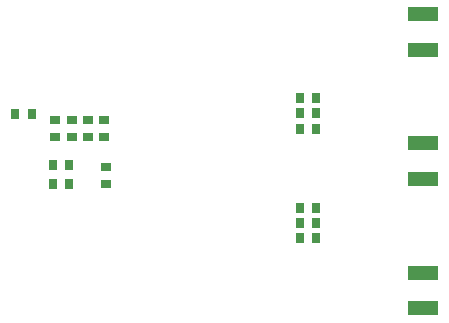
<source format=gbp>
G04*
G04 #@! TF.GenerationSoftware,Altium Limited,Altium Designer,19.0.15 (446)*
G04*
G04 Layer_Color=128*
%FSTAX24Y24*%
%MOIN*%
G70*
G01*
G75*
%ADD20R,0.0984X0.0472*%
%ADD22R,0.0354X0.0315*%
%ADD24R,0.0295X0.0335*%
%ADD25R,0.0315X0.0354*%
D20*
X040521Y016622D02*
D03*
Y015441D02*
D03*
Y020933D02*
D03*
Y019752D02*
D03*
Y025244D02*
D03*
Y024063D02*
D03*
D22*
X028239Y021154D02*
D03*
Y021705D02*
D03*
X028794Y021705D02*
D03*
Y021154D02*
D03*
X029346Y021705D02*
D03*
Y021154D02*
D03*
X029893Y021154D02*
D03*
Y021705D02*
D03*
X029944Y020146D02*
D03*
Y019594D02*
D03*
D24*
X028724Y019587D02*
D03*
X028172D02*
D03*
X028724Y020224D02*
D03*
X028172D02*
D03*
D25*
X027476Y021906D02*
D03*
X026924D02*
D03*
X036955Y017766D02*
D03*
X036404D02*
D03*
X036404Y018277D02*
D03*
X036955D02*
D03*
X036404Y018789D02*
D03*
X036955D02*
D03*
X036956Y021423D02*
D03*
X036405D02*
D03*
X036405Y022447D02*
D03*
X036956D02*
D03*
X036405Y021935D02*
D03*
X036956D02*
D03*
M02*

</source>
